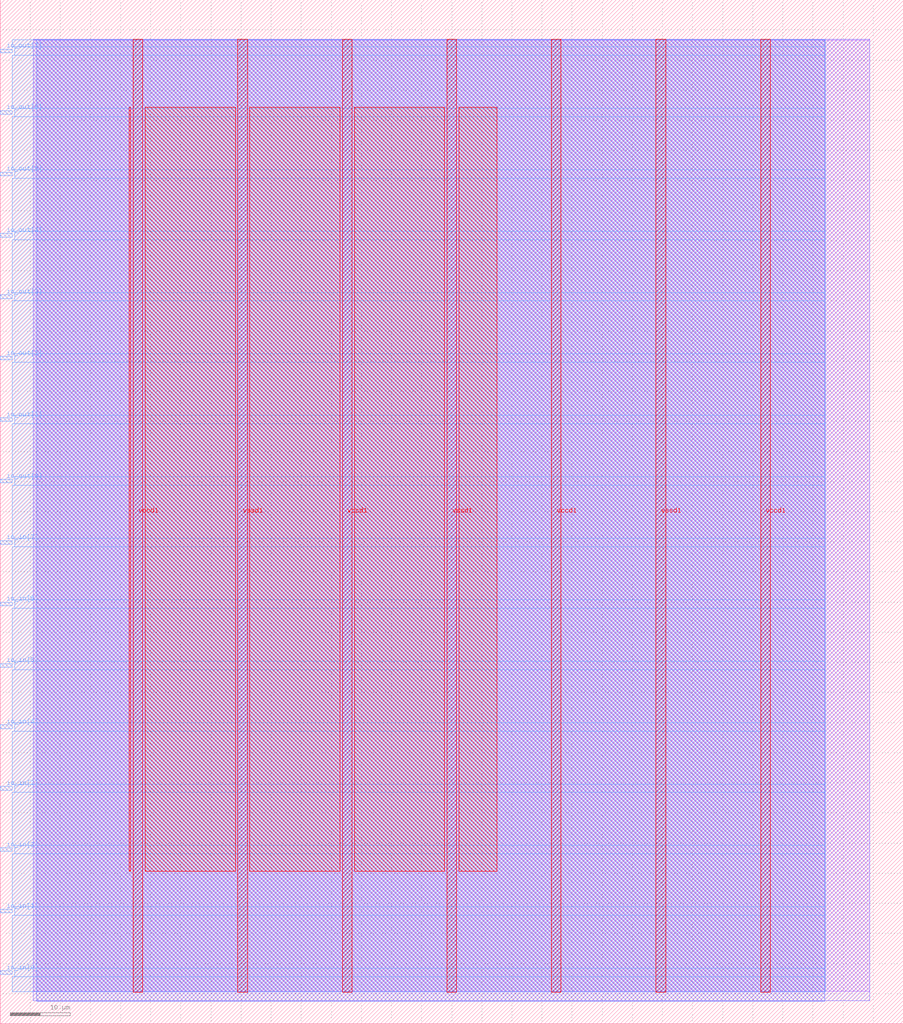
<source format=lef>
VERSION 5.7 ;
  NOWIREEXTENSIONATPIN ON ;
  DIVIDERCHAR "/" ;
  BUSBITCHARS "[]" ;
MACRO aidan_McCoy
  CLASS BLOCK ;
  FOREIGN aidan_McCoy ;
  ORIGIN 0.000 0.000 ;
  SIZE 150.000 BY 170.000 ;
  PIN io_in[0]
    DIRECTION INPUT ;
    USE SIGNAL ;
    PORT
      LAYER met3 ;
        RECT 0.000 8.200 2.000 8.800 ;
    END
  END io_in[0]
  PIN io_in[1]
    DIRECTION INPUT ;
    USE SIGNAL ;
    PORT
      LAYER met3 ;
        RECT 0.000 18.400 2.000 19.000 ;
    END
  END io_in[1]
  PIN io_in[2]
    DIRECTION INPUT ;
    USE SIGNAL ;
    PORT
      LAYER met3 ;
        RECT 0.000 28.600 2.000 29.200 ;
    END
  END io_in[2]
  PIN io_in[3]
    DIRECTION INPUT ;
    USE SIGNAL ;
    PORT
      LAYER met3 ;
        RECT 0.000 38.800 2.000 39.400 ;
    END
  END io_in[3]
  PIN io_in[4]
    DIRECTION INPUT ;
    USE SIGNAL ;
    PORT
      LAYER met3 ;
        RECT 0.000 49.000 2.000 49.600 ;
    END
  END io_in[4]
  PIN io_in[5]
    DIRECTION INPUT ;
    USE SIGNAL ;
    PORT
      LAYER met3 ;
        RECT 0.000 59.200 2.000 59.800 ;
    END
  END io_in[5]
  PIN io_in[6]
    DIRECTION INPUT ;
    USE SIGNAL ;
    PORT
      LAYER met3 ;
        RECT 0.000 69.400 2.000 70.000 ;
    END
  END io_in[6]
  PIN io_in[7]
    DIRECTION INPUT ;
    USE SIGNAL ;
    PORT
      LAYER met3 ;
        RECT 0.000 79.600 2.000 80.200 ;
    END
  END io_in[7]
  PIN io_out[0]
    DIRECTION OUTPUT TRISTATE ;
    USE SIGNAL ;
    PORT
      LAYER met3 ;
        RECT 0.000 89.800 2.000 90.400 ;
    END
  END io_out[0]
  PIN io_out[1]
    DIRECTION OUTPUT TRISTATE ;
    USE SIGNAL ;
    PORT
      LAYER met3 ;
        RECT 0.000 100.000 2.000 100.600 ;
    END
  END io_out[1]
  PIN io_out[2]
    DIRECTION OUTPUT TRISTATE ;
    USE SIGNAL ;
    PORT
      LAYER met3 ;
        RECT 0.000 110.200 2.000 110.800 ;
    END
  END io_out[2]
  PIN io_out[3]
    DIRECTION OUTPUT TRISTATE ;
    USE SIGNAL ;
    PORT
      LAYER met3 ;
        RECT 0.000 120.400 2.000 121.000 ;
    END
  END io_out[3]
  PIN io_out[4]
    DIRECTION OUTPUT TRISTATE ;
    USE SIGNAL ;
    PORT
      LAYER met3 ;
        RECT 0.000 130.600 2.000 131.200 ;
    END
  END io_out[4]
  PIN io_out[5]
    DIRECTION OUTPUT TRISTATE ;
    USE SIGNAL ;
    PORT
      LAYER met3 ;
        RECT 0.000 140.800 2.000 141.400 ;
    END
  END io_out[5]
  PIN io_out[6]
    DIRECTION OUTPUT TRISTATE ;
    USE SIGNAL ;
    PORT
      LAYER met3 ;
        RECT 0.000 151.000 2.000 151.600 ;
    END
  END io_out[6]
  PIN io_out[7]
    DIRECTION OUTPUT TRISTATE ;
    USE SIGNAL ;
    PORT
      LAYER met3 ;
        RECT 0.000 161.200 2.000 161.800 ;
    END
  END io_out[7]
  PIN vccd1
    DIRECTION INOUT ;
    USE POWER ;
    PORT
      LAYER met4 ;
        RECT 22.090 5.200 23.690 163.440 ;
    END
    PORT
      LAYER met4 ;
        RECT 56.830 5.200 58.430 163.440 ;
    END
    PORT
      LAYER met4 ;
        RECT 91.570 5.200 93.170 163.440 ;
    END
    PORT
      LAYER met4 ;
        RECT 126.310 5.200 127.910 163.440 ;
    END
  END vccd1
  PIN vssd1
    DIRECTION INOUT ;
    USE GROUND ;
    PORT
      LAYER met4 ;
        RECT 39.460 5.200 41.060 163.440 ;
    END
    PORT
      LAYER met4 ;
        RECT 74.200 5.200 75.800 163.440 ;
    END
    PORT
      LAYER met4 ;
        RECT 108.940 5.200 110.540 163.440 ;
    END
  END vssd1
  OBS
      LAYER li1 ;
        RECT 5.520 5.355 144.440 163.285 ;
      LAYER met1 ;
        RECT 5.520 3.780 144.440 163.440 ;
      LAYER met2 ;
        RECT 6.070 3.750 136.990 163.385 ;
      LAYER met3 ;
        RECT 2.000 162.200 137.015 163.365 ;
        RECT 2.400 160.800 137.015 162.200 ;
        RECT 2.000 152.000 137.015 160.800 ;
        RECT 2.400 150.600 137.015 152.000 ;
        RECT 2.000 141.800 137.015 150.600 ;
        RECT 2.400 140.400 137.015 141.800 ;
        RECT 2.000 131.600 137.015 140.400 ;
        RECT 2.400 130.200 137.015 131.600 ;
        RECT 2.000 121.400 137.015 130.200 ;
        RECT 2.400 120.000 137.015 121.400 ;
        RECT 2.000 111.200 137.015 120.000 ;
        RECT 2.400 109.800 137.015 111.200 ;
        RECT 2.000 101.000 137.015 109.800 ;
        RECT 2.400 99.600 137.015 101.000 ;
        RECT 2.000 90.800 137.015 99.600 ;
        RECT 2.400 89.400 137.015 90.800 ;
        RECT 2.000 80.600 137.015 89.400 ;
        RECT 2.400 79.200 137.015 80.600 ;
        RECT 2.000 70.400 137.015 79.200 ;
        RECT 2.400 69.000 137.015 70.400 ;
        RECT 2.000 60.200 137.015 69.000 ;
        RECT 2.400 58.800 137.015 60.200 ;
        RECT 2.000 50.000 137.015 58.800 ;
        RECT 2.400 48.600 137.015 50.000 ;
        RECT 2.000 39.800 137.015 48.600 ;
        RECT 2.400 38.400 137.015 39.800 ;
        RECT 2.000 29.600 137.015 38.400 ;
        RECT 2.400 28.200 137.015 29.600 ;
        RECT 2.000 19.400 137.015 28.200 ;
        RECT 2.400 18.000 137.015 19.400 ;
        RECT 2.000 9.200 137.015 18.000 ;
        RECT 2.400 7.800 137.015 9.200 ;
        RECT 2.000 5.275 137.015 7.800 ;
      LAYER met4 ;
        RECT 21.455 25.335 21.690 152.145 ;
        RECT 24.090 25.335 39.060 152.145 ;
        RECT 41.460 25.335 56.430 152.145 ;
        RECT 58.830 25.335 73.800 152.145 ;
        RECT 76.200 25.335 82.505 152.145 ;
  END
END aidan_McCoy
END LIBRARY


</source>
